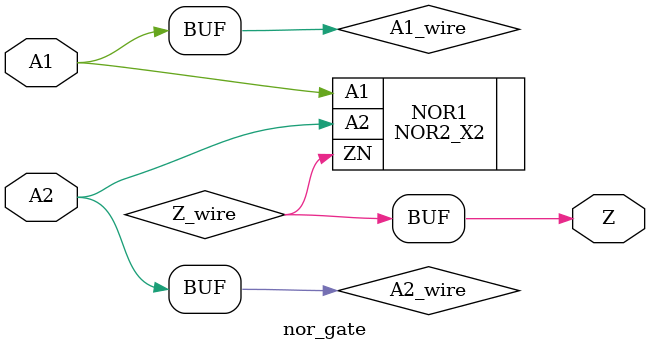
<source format=v>
/*
###############################################################
#  Generated by:      Cadence Innovus 19.11-s128_1
#  OS:                Linux x86_64(Host ID asic.ecs.tuwien.ac.at)
#  Generated on:      Wed Mar 10 15:15:05 2021
#  Design:            nor_gate
#  Command:           write_netlist nor_gate_post.v
###############################################################
*/
// Generated by Cadence Genus(TM) Synthesis Solution 19.11-s087_1
// Generated on: Mar 10 2021 15:14:20 CET (Mar 10 2021 14:14:20 UTC)
// Verification Directory fv/nor_gate 
module nor_gate (
	A1, 
	A2, 
	Z);
   input A1;
   input A2;
   output Z;

   wire A1_wire;
   wire A2_wire;
   wire Z_wire;

   assign A1_wire = A1;
   assign A2_wire = A2;
   assign Z = Z_wire;



   NOR2_X2 NOR1 (.A1(A1_wire),
	.A2(A2_wire),
	.ZN(Z_wire));
endmodule


</source>
